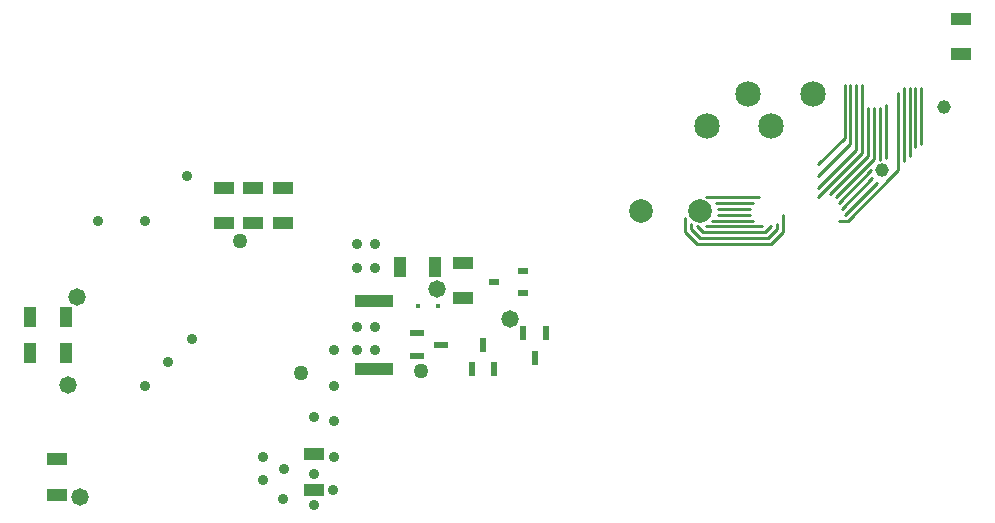
<source format=gts>
G04 Layer_Color=8388736*
%FSLAX44Y44*%
%MOMM*%
G71*
G01*
G75*
%ADD10R,1.1572X0.5426*%
%ADD11R,1.1120X1.8034*%
%ADD12R,3.2004X1.0128*%
%ADD13R,0.4032X0.3556*%
%ADD14R,1.8034X1.1120*%
%ADD15R,0.9144X0.5588*%
%ADD16R,0.5680X1.2588*%
%ADD28C,1.1684*%
%ADD29C,2.0000*%
%ADD30C,2.1590*%
%ADD35C,1.2700*%
%ADD46C,0.2540*%
%ADD50C,0.1590*%
%ADD51C,0.9032*%
%ADD52C,1.4732*%
D10*
X360680Y324525D02*
D03*
Y305475D02*
D03*
X381000Y315000D02*
D03*
D11*
X346042Y381000D02*
D03*
X375958D02*
D03*
X33042Y338000D02*
D03*
X62958D02*
D03*
X33042Y308000D02*
D03*
X62958D02*
D03*
D12*
X324000Y351940D02*
D03*
Y294060D02*
D03*
D13*
X361507Y348000D02*
D03*
X378493D02*
D03*
D14*
X247000Y447958D02*
D03*
Y418042D02*
D03*
X399000Y354042D02*
D03*
Y383958D02*
D03*
X821000Y590958D02*
D03*
Y561042D02*
D03*
X197000Y447958D02*
D03*
Y418042D02*
D03*
X222000Y447958D02*
D03*
Y418042D02*
D03*
X56000Y217958D02*
D03*
Y188042D02*
D03*
X273000Y221958D02*
D03*
Y192042D02*
D03*
D15*
X426062Y368000D02*
D03*
X449938Y377500D02*
D03*
Y358500D02*
D03*
D16*
X460000Y304000D02*
D03*
X450500Y324828D02*
D03*
X469500D02*
D03*
X416500Y314828D02*
D03*
X426000Y294000D02*
D03*
X407000D02*
D03*
D28*
X807033Y516033D02*
D03*
X754000Y463000D02*
D03*
D29*
X550000Y428000D02*
D03*
X600000D02*
D03*
D30*
X660200Y500000D02*
D03*
X605600D02*
D03*
X695400Y527000D02*
D03*
X640800D02*
D03*
D35*
X211000Y403000D02*
D03*
X363999Y292999D02*
D03*
X261999Y290999D02*
D03*
D46*
X615000Y430000D02*
X640000D01*
X615000Y425000D02*
X640000D01*
X610000Y420000D02*
X645000D01*
X640000Y430000D02*
X642500D01*
X640000Y425000D02*
X642500D01*
X614000Y435000D02*
X645000D01*
X607500Y440000D02*
X650000D01*
X605000D02*
X607500D01*
X605000Y415000D02*
X652500D01*
X597500Y415000D02*
Y415000D01*
Y415000D02*
X602500Y410000D01*
X655000D01*
X660000Y415000D01*
X592500Y412500D02*
Y417500D01*
Y412500D02*
X600000Y405000D01*
X657500D01*
X665000Y412500D01*
Y417500D01*
X587500Y410000D02*
Y422500D01*
Y410000D02*
X597500Y400000D01*
X657500D01*
X660000D01*
X670000Y410000D01*
Y425000D01*
X715000Y440000D02*
X747500Y472500D01*
X720000Y430000D02*
X746000Y456000D01*
X725000Y420000D02*
X762500Y457500D01*
X717500Y420000D02*
X725000D01*
X710000Y442500D02*
X742500Y475000D01*
X700000Y440000D02*
X737500Y477500D01*
X700000Y447500D02*
X732500Y480000D01*
X700000Y457500D02*
X727500Y485000D01*
X700000Y467500D02*
X722500Y490000D01*
X772500Y470000D02*
Y532500D01*
X777500Y475000D02*
Y532500D01*
X782500Y485000D02*
Y532500D01*
Y482500D02*
Y485000D01*
X787500D02*
Y532500D01*
X757500Y472750D02*
Y517500D01*
X752500Y471500D02*
Y515000D01*
X747500Y472500D02*
Y515000D01*
X745000Y462500D02*
X745000D01*
X717500Y435000D02*
X745000Y462500D01*
X742500Y475000D02*
Y515000D01*
X737500Y477500D02*
Y522500D01*
Y535000D01*
X732500Y480000D02*
Y535000D01*
X727500Y485000D02*
Y535000D01*
X722500Y490000D02*
Y535000D01*
Y425000D02*
X749625Y452125D01*
Y452125D01*
X762500Y457500D02*
X768000Y463000D01*
Y528000D01*
D50*
X551000Y500000D02*
D03*
X750000Y527000D02*
D03*
D51*
X166000Y458000D02*
D03*
X130000Y420000D02*
D03*
X90000D02*
D03*
X170000Y320000D02*
D03*
X150000Y300000D02*
D03*
X130000Y280000D02*
D03*
X290000Y220000D02*
D03*
X273000Y205000D02*
D03*
X289000Y192000D02*
D03*
X273000Y179000D02*
D03*
X248000Y210000D02*
D03*
X247000Y184000D02*
D03*
X230000Y200000D02*
D03*
Y220000D02*
D03*
X290000Y250000D02*
D03*
Y280000D02*
D03*
Y310000D02*
D03*
X310000D02*
D03*
Y330000D02*
D03*
Y380000D02*
D03*
Y400000D02*
D03*
X273000Y254000D02*
D03*
X325000Y310000D02*
D03*
Y330000D02*
D03*
Y400000D02*
D03*
Y380000D02*
D03*
D52*
X377000Y362000D02*
D03*
X438999Y336999D02*
D03*
X65000Y281000D02*
D03*
X73000Y355000D02*
D03*
X75000Y186000D02*
D03*
M02*

</source>
